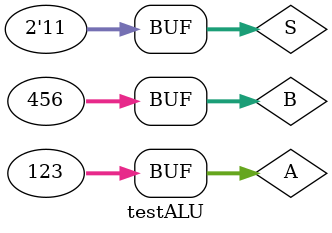
<source format=v>
`timescale 1ns / 1ps


module testALU;

	// Inputs
	reg [31:0] A;
	reg [31:0] B;
	reg [1:0] S;

	// Outputs
	wire [31:0] C;
	wire Co;

	// Instantiate the Unit Under Test (UUT)
	ALU32b uut (
		.A(A), 
		.B(B), 
		.S(S), 
		.C(C), 
		.Co(Co)
	);

	initial begin
		// Initialize Inputs
		A = 123;
		B = 456;
		S = 0;

		// Wait 100 ns for global reset to finish
		#100;
		A = 123;
		B = 456;
		S = 1;
		#100;
		A = 123;
		B = 456;
		S = 2;
		#100;
		A = 123;
		B = 456;
		S = 3;
		#100;
        
		// Add stimulus here

	end
      
endmodule


</source>
